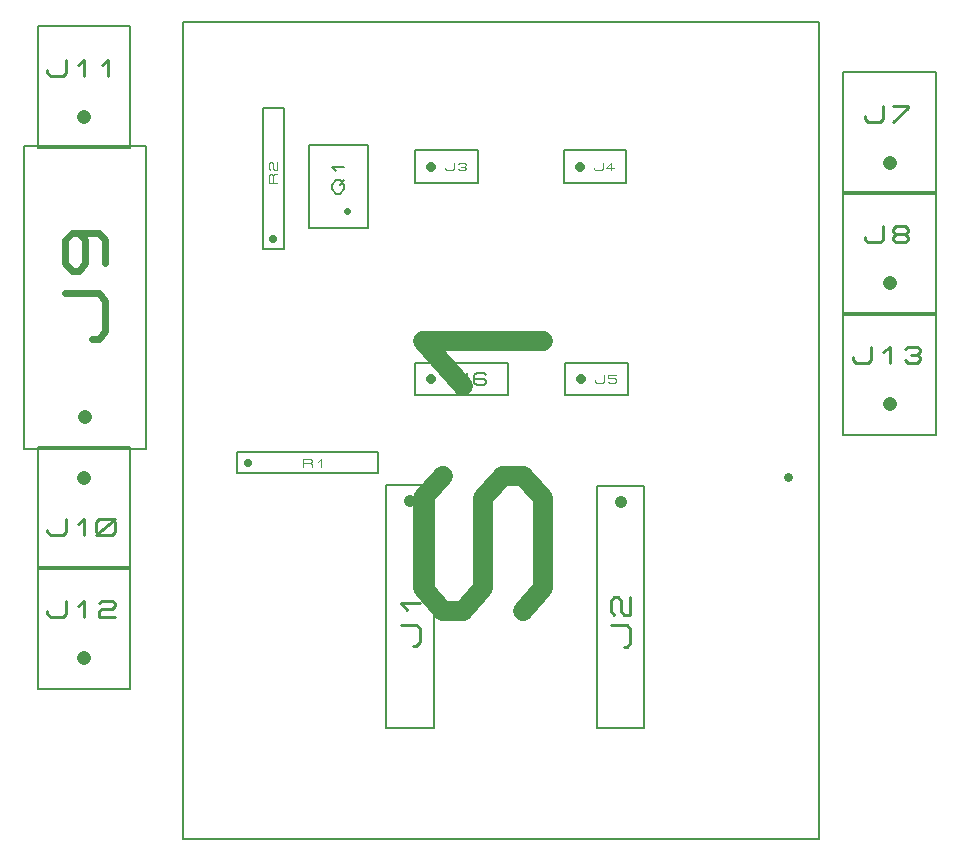
<source format=gbr>
G04 PROTEUS GERBER X2 FILE*
%TF.GenerationSoftware,Labcenter,Proteus,8.11-SP0-Build30052*%
%TF.CreationDate,2022-05-16T20:50:57+00:00*%
%TF.FileFunction,AssemblyDrawing,Top*%
%TF.FilePolarity,Positive*%
%TF.Part,Single*%
%TF.SameCoordinates,{860b8ca4-a46b-4a59-b09f-cc4400e6bc87}*%
%FSLAX45Y45*%
%MOMM*%
G01*
%TA.AperFunction,Material*%
%ADD20C,0.203200*%
%ADD27C,1.016000*%
%ADD28C,0.266700*%
%ADD29C,0.800000*%
%ADD72C,1.693080*%
%ADD73C,1.219200*%
%ADD30C,0.568960*%
%ADD31C,0.229610*%
%ADD32C,0.711200*%
%ADD33C,0.110230*%
%ADD34C,0.812800*%
%ADD35C,0.177800*%
%ADD36C,0.609600*%
%ADD37C,0.168480*%
%TD.AperFunction*%
D20*
X-2150660Y+2628840D02*
X-1749340Y+2628840D01*
X-1749340Y+4681160D01*
X-2150660Y+4681160D01*
X-2150660Y+2628840D01*
D27*
X-1950000Y+4544000D02*
X-1950000Y+4544000D01*
D28*
X-1923330Y+3320990D02*
X-1896660Y+3320990D01*
X-1869990Y+3350993D01*
X-1869990Y+3471008D01*
X-1896660Y+3501012D01*
X-2030010Y+3501012D01*
X-1976670Y+3621027D02*
X-2030010Y+3681035D01*
X-1869990Y+3681035D01*
D20*
X-366660Y+2622840D02*
X+34660Y+2622840D01*
X+34660Y+4675160D01*
X-366660Y+4675160D01*
X-366660Y+2622840D01*
D27*
X-166000Y+4538000D02*
X-166000Y+4538000D01*
D28*
X-139330Y+3314990D02*
X-112660Y+3314990D01*
X-85990Y+3344993D01*
X-85990Y+3465008D01*
X-112660Y+3495012D01*
X-246010Y+3495012D01*
X-219340Y+3585023D02*
X-246010Y+3615027D01*
X-246010Y+3705038D01*
X-219340Y+3735042D01*
X-192670Y+3735042D01*
X-166000Y+3705038D01*
X-166000Y+3615027D01*
X-139330Y+3585023D01*
X-85990Y+3585023D01*
X-85990Y+3735042D01*
D20*
X-3870160Y+1683840D02*
X+1510160Y+1683840D01*
X+1510160Y+8604160D01*
X-3870160Y+8604160D01*
X-3870160Y+1683840D01*
D29*
X+1250000Y+4750000D02*
X+1250000Y+4750000D01*
D72*
X-991462Y+3620221D02*
X-822153Y+3810693D01*
X-822153Y+4572582D01*
X-991462Y+4763055D01*
X-1160771Y+4763055D01*
X-1330080Y+4572582D01*
X-1330080Y+3810693D01*
X-1499388Y+3620221D01*
X-1668697Y+3620221D01*
X-1838006Y+3810693D01*
X-1838006Y+4572582D01*
X-1668697Y+4763055D01*
X-1499388Y+5524944D02*
X-1838006Y+5905889D01*
X-822153Y+5905889D01*
D20*
X-5218160Y+4991840D02*
X-4181840Y+4991840D01*
X-4181840Y+7552160D01*
X-5218160Y+7552160D01*
X-5218160Y+4991840D01*
D73*
X-4700000Y+5256000D02*
X-4700000Y+5256000D01*
D30*
X-4643104Y+5922496D02*
X-4586208Y+5922496D01*
X-4529312Y+5986504D01*
X-4529312Y+6242536D01*
X-4586208Y+6306544D01*
X-4870688Y+6306544D01*
X-4756896Y+6818608D02*
X-4700000Y+6754600D01*
X-4700000Y+6562576D01*
X-4756896Y+6498568D01*
X-4813792Y+6498568D01*
X-4870688Y+6562576D01*
X-4870688Y+6754600D01*
X-4813792Y+6818608D01*
X-4586208Y+6818608D01*
X-4529312Y+6754600D01*
X-4529312Y+6562576D01*
D20*
X-5101160Y+3971840D02*
X-4318840Y+3971840D01*
X-4318840Y+5008160D01*
X-5101160Y+5008160D01*
X-5101160Y+3971840D01*
D73*
X-4710000Y+4744000D02*
X-4710000Y+4744000D01*
D31*
X-5019981Y+4304478D02*
X-5019981Y+4281516D01*
X-4994150Y+4258555D01*
X-4890823Y+4258555D01*
X-4864991Y+4281516D01*
X-4864991Y+4396324D01*
X-4761664Y+4350401D02*
X-4710000Y+4396324D01*
X-4710000Y+4258555D01*
X-4606673Y+4281516D02*
X-4606673Y+4373363D01*
X-4580842Y+4396324D01*
X-4477515Y+4396324D01*
X-4451683Y+4373363D01*
X-4451683Y+4281516D01*
X-4477515Y+4258555D01*
X-4580842Y+4258555D01*
X-4606673Y+4281516D01*
X-4606673Y+4258555D02*
X-4451683Y+4396324D01*
D20*
X-5101160Y+7535840D02*
X-4318840Y+7535840D01*
X-4318840Y+8572160D01*
X-5101160Y+8572160D01*
X-5101160Y+7535840D01*
D73*
X-4710000Y+7800000D02*
X-4710000Y+7800000D01*
D31*
X-5019981Y+8193598D02*
X-5019981Y+8170636D01*
X-4994150Y+8147675D01*
X-4890823Y+8147675D01*
X-4864991Y+8170636D01*
X-4864991Y+8285444D01*
X-4761664Y+8239521D02*
X-4710000Y+8285444D01*
X-4710000Y+8147675D01*
X-4555010Y+8239521D02*
X-4503346Y+8285444D01*
X-4503346Y+8147675D01*
D20*
X-5101160Y+2955840D02*
X-4318840Y+2955840D01*
X-4318840Y+3992160D01*
X-5101160Y+3992160D01*
X-5101160Y+2955840D01*
D73*
X-4710000Y+3220000D02*
X-4710000Y+3220000D01*
D31*
X-5019981Y+3613598D02*
X-5019981Y+3590636D01*
X-4994150Y+3567675D01*
X-4890823Y+3567675D01*
X-4864991Y+3590636D01*
X-4864991Y+3705444D01*
X-4761664Y+3659521D02*
X-4710000Y+3705444D01*
X-4710000Y+3567675D01*
X-4580842Y+3682483D02*
X-4555010Y+3705444D01*
X-4477515Y+3705444D01*
X-4451683Y+3682483D01*
X-4451683Y+3659521D01*
X-4477515Y+3636560D01*
X-4555010Y+3636560D01*
X-4580842Y+3613598D01*
X-4580842Y+3567675D01*
X-4451683Y+3567675D01*
D20*
X-3414900Y+4781100D02*
X-2221100Y+4781100D01*
X-2221100Y+4958900D01*
X-3414900Y+4958900D01*
X-3414900Y+4781100D01*
D32*
X-3326000Y+4870000D02*
X-3326000Y+4870000D01*
D33*
X-2854982Y+4836929D02*
X-2854982Y+4903070D01*
X-2792975Y+4903070D01*
X-2780573Y+4892047D01*
X-2780573Y+4881023D01*
X-2792975Y+4870000D01*
X-2854982Y+4870000D01*
X-2792975Y+4870000D02*
X-2780573Y+4858976D01*
X-2780573Y+4836929D01*
X-2730967Y+4881023D02*
X-2706164Y+4903070D01*
X-2706164Y+4836929D01*
D20*
X-1907160Y+5442840D02*
X-1124840Y+5442840D01*
X-1124840Y+5717160D01*
X-1907160Y+5717160D01*
X-1907160Y+5442840D01*
D34*
X-1770000Y+5580000D02*
X-1770000Y+5580000D01*
D35*
X-1587120Y+5562220D02*
X-1587120Y+5544440D01*
X-1567118Y+5526660D01*
X-1487108Y+5526660D01*
X-1467105Y+5544440D01*
X-1467105Y+5633340D01*
X-1307085Y+5615560D02*
X-1327088Y+5633340D01*
X-1387095Y+5633340D01*
X-1407098Y+5615560D01*
X-1407098Y+5544440D01*
X-1387095Y+5526660D01*
X-1327088Y+5526660D01*
X-1307085Y+5544440D01*
X-1307085Y+5562220D01*
X-1327088Y+5580000D01*
X-1407098Y+5580000D01*
D20*
X-637160Y+5442840D02*
X-108840Y+5442840D01*
X-108840Y+5717160D01*
X-637160Y+5717160D01*
X-637160Y+5442840D01*
D34*
X-500000Y+5580000D02*
X-500000Y+5580000D01*
D33*
X-383159Y+5568993D02*
X-383159Y+5557986D01*
X-370777Y+5546980D01*
X-321248Y+5546980D01*
X-308865Y+5557986D01*
X-308865Y+5613019D01*
X-209806Y+5613019D02*
X-271718Y+5613019D01*
X-271718Y+5591006D01*
X-222189Y+5591006D01*
X-209806Y+5580000D01*
X-209806Y+5557986D01*
X-222189Y+5546980D01*
X-259336Y+5546980D01*
X-271718Y+5557986D01*
D20*
X-647160Y+7242840D02*
X-118840Y+7242840D01*
X-118840Y+7517160D01*
X-647160Y+7517160D01*
X-647160Y+7242840D01*
D34*
X-510000Y+7380000D02*
X-510000Y+7380000D01*
D33*
X-393159Y+7368993D02*
X-393159Y+7357986D01*
X-380777Y+7346980D01*
X-331248Y+7346980D01*
X-318865Y+7357986D01*
X-318865Y+7413019D01*
X-219806Y+7368993D02*
X-294100Y+7368993D01*
X-244571Y+7413019D01*
X-244571Y+7346980D01*
D20*
X-1907160Y+7242840D02*
X-1378840Y+7242840D01*
X-1378840Y+7517160D01*
X-1907160Y+7517160D01*
X-1907160Y+7242840D01*
D34*
X-1770000Y+7380000D02*
X-1770000Y+7380000D01*
D33*
X-1653159Y+7368993D02*
X-1653159Y+7357986D01*
X-1640777Y+7346980D01*
X-1591248Y+7346980D01*
X-1578865Y+7357986D01*
X-1578865Y+7413019D01*
X-1541718Y+7402013D02*
X-1529336Y+7413019D01*
X-1492189Y+7413019D01*
X-1479806Y+7402013D01*
X-1479806Y+7391006D01*
X-1492189Y+7380000D01*
X-1479806Y+7368993D01*
X-1479806Y+7357986D01*
X-1492189Y+7346980D01*
X-1529336Y+7346980D01*
X-1541718Y+7357986D01*
X-1516953Y+7380000D02*
X-1492189Y+7380000D01*
D20*
X+1718840Y+7145840D02*
X+2501160Y+7145840D01*
X+2501160Y+8182160D01*
X+1718840Y+8182160D01*
X+1718840Y+7145840D01*
D73*
X+2110000Y+7410000D02*
X+2110000Y+7410000D01*
D31*
X+1903346Y+7803598D02*
X+1903346Y+7780636D01*
X+1929177Y+7757675D01*
X+2032504Y+7757675D01*
X+2058336Y+7780636D01*
X+2058336Y+7895444D01*
X+2135831Y+7895444D02*
X+2264990Y+7895444D01*
X+2264990Y+7872483D01*
X+2135831Y+7757675D01*
D20*
X+1718840Y+6125460D02*
X+2501160Y+6125460D01*
X+2501160Y+7161780D01*
X+1718840Y+7161780D01*
X+1718840Y+6125460D01*
D73*
X+2110000Y+6389620D02*
X+2110000Y+6389620D01*
D31*
X+1903346Y+6783218D02*
X+1903346Y+6760256D01*
X+1929177Y+6737295D01*
X+2032504Y+6737295D01*
X+2058336Y+6760256D01*
X+2058336Y+6875064D01*
X+2161663Y+6806180D02*
X+2135831Y+6829141D01*
X+2135831Y+6852103D01*
X+2161663Y+6875064D01*
X+2239158Y+6875064D01*
X+2264990Y+6852103D01*
X+2264990Y+6829141D01*
X+2239158Y+6806180D01*
X+2161663Y+6806180D01*
X+2135831Y+6783218D01*
X+2135831Y+6760256D01*
X+2161663Y+6737295D01*
X+2239158Y+6737295D01*
X+2264990Y+6760256D01*
X+2264990Y+6783218D01*
X+2239158Y+6806180D01*
D20*
X-3198900Y+6681100D02*
X-3021100Y+6681100D01*
X-3021100Y+7874900D01*
X-3198900Y+7874900D01*
X-3198900Y+6681100D01*
D32*
X-3110000Y+6770000D02*
X-3110000Y+6770000D01*
D33*
X-3076929Y+7241018D02*
X-3143070Y+7241018D01*
X-3143070Y+7303025D01*
X-3132047Y+7315427D01*
X-3121023Y+7315427D01*
X-3110000Y+7303025D01*
X-3110000Y+7241018D01*
X-3110000Y+7303025D02*
X-3098976Y+7315427D01*
X-3076929Y+7315427D01*
X-3132047Y+7352631D02*
X-3143070Y+7365033D01*
X-3143070Y+7402237D01*
X-3132047Y+7414639D01*
X-3121023Y+7414639D01*
X-3110000Y+7402237D01*
X-3110000Y+7365033D01*
X-3098976Y+7352631D01*
X-3076929Y+7352631D01*
X-3076929Y+7414639D01*
D20*
X-2807660Y+6856940D02*
X-2304740Y+6856940D01*
X-2304740Y+7563060D01*
X-2807660Y+7563060D01*
X-2807660Y+6856940D01*
D36*
X-2480000Y+7006800D02*
X-2480000Y+7006800D01*
D37*
X-2573048Y+7148533D02*
X-2606745Y+7186442D01*
X-2606745Y+7224351D01*
X-2573048Y+7262260D01*
X-2539351Y+7262260D01*
X-2505654Y+7224351D01*
X-2505654Y+7186442D01*
X-2539351Y+7148533D01*
X-2573048Y+7148533D01*
X-2539351Y+7224351D02*
X-2505654Y+7262260D01*
X-2573048Y+7338079D02*
X-2606745Y+7375988D01*
X-2505654Y+7375988D01*
D20*
X+1718840Y+5105840D02*
X+2501160Y+5105840D01*
X+2501160Y+6142160D01*
X+1718840Y+6142160D01*
X+1718840Y+5105840D01*
D73*
X+2110000Y+5370000D02*
X+2110000Y+5370000D01*
D31*
X+1800019Y+5763598D02*
X+1800019Y+5740636D01*
X+1825850Y+5717675D01*
X+1929177Y+5717675D01*
X+1955009Y+5740636D01*
X+1955009Y+5855444D01*
X+2058336Y+5809521D02*
X+2110000Y+5855444D01*
X+2110000Y+5717675D01*
X+2239158Y+5832483D02*
X+2264990Y+5855444D01*
X+2342485Y+5855444D01*
X+2368317Y+5832483D01*
X+2368317Y+5809521D01*
X+2342485Y+5786560D01*
X+2368317Y+5763598D01*
X+2368317Y+5740636D01*
X+2342485Y+5717675D01*
X+2264990Y+5717675D01*
X+2239158Y+5740636D01*
X+2290822Y+5786560D02*
X+2342485Y+5786560D01*
M02*

</source>
